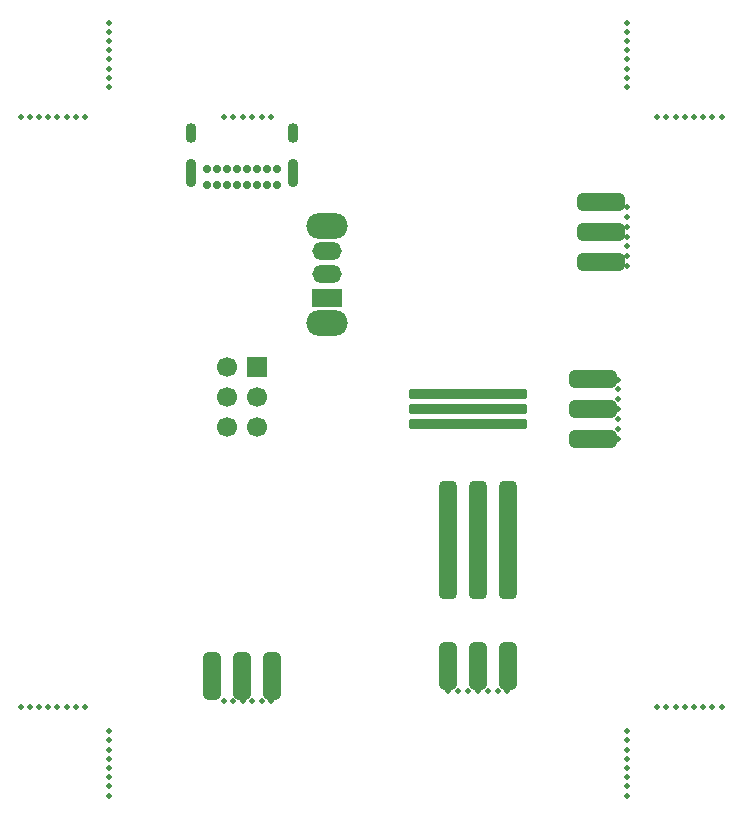
<source format=gbs>
G04 #@! TF.GenerationSoftware,KiCad,Pcbnew,6.0.2-378541a8eb~116~ubuntu20.04.1*
G04 #@! TF.CreationDate,2022-02-28T16:15:05+01:00*
G04 #@! TF.ProjectId,ISP_panel,4953505f-7061-46e6-956c-2e6b69636164,rev?*
G04 #@! TF.SameCoordinates,Original*
G04 #@! TF.FileFunction,Soldermask,Bot*
G04 #@! TF.FilePolarity,Negative*
%FSLAX46Y46*%
G04 Gerber Fmt 4.6, Leading zero omitted, Abs format (unit mm)*
G04 Created by KiCad (PCBNEW 6.0.2-378541a8eb~116~ubuntu20.04.1) date 2022-02-28 16:15:05*
%MOMM*%
%LPD*%
G01*
G04 APERTURE LIST*
G04 Aperture macros list*
%AMRoundRect*
0 Rectangle with rounded corners*
0 $1 Rounding radius*
0 $2 $3 $4 $5 $6 $7 $8 $9 X,Y pos of 4 corners*
0 Add a 4 corners polygon primitive as box body*
4,1,4,$2,$3,$4,$5,$6,$7,$8,$9,$2,$3,0*
0 Add four circle primitives for the rounded corners*
1,1,$1+$1,$2,$3*
1,1,$1+$1,$4,$5*
1,1,$1+$1,$6,$7*
1,1,$1+$1,$8,$9*
0 Add four rect primitives between the rounded corners*
20,1,$1+$1,$2,$3,$4,$5,0*
20,1,$1+$1,$4,$5,$6,$7,0*
20,1,$1+$1,$6,$7,$8,$9,0*
20,1,$1+$1,$8,$9,$2,$3,0*%
G04 Aperture macros list end*
%ADD10C,0.500000*%
%ADD11O,3.500000X2.200000*%
%ADD12R,2.500000X1.500000*%
%ADD13O,2.500000X1.500000*%
%ADD14C,0.700000*%
%ADD15O,0.900000X2.400000*%
%ADD16O,0.900000X1.700000*%
%ADD17RoundRect,0.375000X1.625000X-0.375000X1.625000X0.375000X-1.625000X0.375000X-1.625000X-0.375000X0*%
%ADD18RoundRect,0.375000X-0.375000X-1.625000X0.375000X-1.625000X0.375000X1.625000X-0.375000X1.625000X0*%
%ADD19RoundRect,0.225000X4.775000X-0.225000X4.775000X0.225000X-4.775000X0.225000X-4.775000X-0.225000X0*%
%ADD20RoundRect,0.375000X0.375000X1.625000X-0.375000X1.625000X-0.375000X-1.625000X0.375000X-1.625000X0*%
%ADD21RoundRect,0.375000X-0.375000X-4.625000X0.375000X-4.625000X0.375000X4.625000X-0.375000X4.625000X0*%
%ADD22R,1.700000X1.700000*%
%ADD23C,1.700000*%
G04 APERTURE END LIST*
D10*
G04 #@! TO.C,REF\u002A\u002A*
X26724111Y-35251000D03*
G04 #@! TD*
G04 #@! TO.C,REF\u002A\u002A*
X72649003Y-89611555D03*
G04 #@! TD*
G04 #@! TO.C,REF\u002A\u002A*
X71879000Y-58333330D03*
G04 #@! TD*
G04 #@! TO.C,REF\u002A\u002A*
X71879000Y-59999997D03*
G04 #@! TD*
G04 #@! TO.C,REF\u002A\u002A*
X28751000Y-29610555D03*
G04 #@! TD*
G04 #@! TO.C,REF\u002A\u002A*
X75953777Y-35251000D03*
G04 #@! TD*
G04 #@! TO.C,REF\u002A\u002A*
X72649000Y-47066663D03*
G04 #@! TD*
G04 #@! TO.C,REF\u002A\u002A*
X72649000Y-46233330D03*
G04 #@! TD*
G04 #@! TO.C,REF\u002A\u002A*
X79065333Y-35251000D03*
G04 #@! TD*
G04 #@! TO.C,REF\u002A\u002A*
X28751000Y-28832666D03*
G04 #@! TD*
G04 #@! TO.C,REF\u002A\u002A*
X28751000Y-92723111D03*
G04 #@! TD*
G04 #@! TO.C,REF\u002A\u002A*
X79065333Y-85249004D03*
G04 #@! TD*
D11*
G04 #@! TO.C,SW1*
X47199996Y-52699996D03*
X47199996Y-44499996D03*
D12*
X47199996Y-50599996D03*
D13*
X47199996Y-48599996D03*
X47199996Y-46599996D03*
G04 #@! TD*
D10*
G04 #@! TO.C,REF\u002A\u002A*
X22834666Y-85249004D03*
G04 #@! TD*
G04 #@! TO.C,REF\u002A\u002A*
X28751000Y-28054777D03*
G04 #@! TD*
G04 #@! TO.C,REF\u002A\u002A*
X72649003Y-29610555D03*
G04 #@! TD*
G04 #@! TO.C,REF\u002A\u002A*
X42499996Y-35251000D03*
G04 #@! TD*
G04 #@! TO.C,REF\u002A\u002A*
X28751000Y-88833666D03*
G04 #@! TD*
G04 #@! TO.C,REF\u002A\u002A*
X40099996Y-84749000D03*
G04 #@! TD*
G04 #@! TO.C,REF\u002A\u002A*
X28751000Y-90389444D03*
G04 #@! TD*
G04 #@! TO.C,REF\u002A\u002A*
X41699996Y-84749000D03*
G04 #@! TD*
G04 #@! TO.C,REF\u002A\u002A*
X38499996Y-84749000D03*
G04 #@! TD*
G04 #@! TO.C,REF\u002A\u002A*
X71879000Y-61666663D03*
G04 #@! TD*
G04 #@! TO.C,REF\u002A\u002A*
X22056777Y-85249004D03*
G04 #@! TD*
G04 #@! TO.C,REF\u002A\u002A*
X25168333Y-35251000D03*
G04 #@! TD*
G04 #@! TO.C,REF\u002A\u002A*
X75175888Y-85249004D03*
G04 #@! TD*
G04 #@! TO.C,REF\u002A\u002A*
X71879000Y-62499997D03*
G04 #@! TD*
G04 #@! TO.C,REF\u002A\u002A*
X40099996Y-35251000D03*
G04 #@! TD*
G04 #@! TO.C,REF\u002A\u002A*
X28751000Y-87277888D03*
G04 #@! TD*
G04 #@! TO.C,REF\u002A\u002A*
X72649000Y-43733330D03*
G04 #@! TD*
G04 #@! TO.C,REF\u002A\u002A*
X72649003Y-91167333D03*
G04 #@! TD*
G04 #@! TO.C,REF\u002A\u002A*
X72649003Y-27276888D03*
G04 #@! TD*
G04 #@! TO.C,REF\u002A\u002A*
X72649003Y-31944222D03*
G04 #@! TD*
G04 #@! TO.C,REF\u002A\u002A*
X28751000Y-27276888D03*
G04 #@! TD*
G04 #@! TO.C,REF\u002A\u002A*
X41699996Y-35251000D03*
G04 #@! TD*
G04 #@! TO.C,REF\u002A\u002A*
X24390444Y-35251000D03*
G04 #@! TD*
G04 #@! TO.C,REF\u002A\u002A*
X28751000Y-88055777D03*
G04 #@! TD*
G04 #@! TO.C,REF\u002A\u002A*
X26724111Y-85249004D03*
G04 #@! TD*
G04 #@! TO.C,REF\u002A\u002A*
X60000003Y-83879000D03*
G04 #@! TD*
G04 #@! TO.C,REF\u002A\u002A*
X75175888Y-35251000D03*
G04 #@! TD*
G04 #@! TO.C,REF\u002A\u002A*
X71879000Y-59166663D03*
G04 #@! TD*
G04 #@! TO.C,REF\u002A\u002A*
X78287444Y-35251000D03*
G04 #@! TD*
G04 #@! TO.C,REF\u002A\u002A*
X72649000Y-47899997D03*
G04 #@! TD*
G04 #@! TO.C,REF\u002A\u002A*
X72649003Y-28054777D03*
G04 #@! TD*
G04 #@! TO.C,REF\u002A\u002A*
X42499996Y-84749000D03*
G04 #@! TD*
G04 #@! TO.C,REF\u002A\u002A*
X72649003Y-91945222D03*
G04 #@! TD*
G04 #@! TO.C,REF\u002A\u002A*
X25168333Y-85249004D03*
G04 #@! TD*
G04 #@! TO.C,REF\u002A\u002A*
X72649003Y-32722111D03*
G04 #@! TD*
G04 #@! TO.C,REF\u002A\u002A*
X72649003Y-87277888D03*
G04 #@! TD*
G04 #@! TO.C,REF\u002A\u002A*
X72649003Y-92723111D03*
G04 #@! TD*
G04 #@! TO.C,REF\u002A\u002A*
X28751000Y-31944222D03*
G04 #@! TD*
G04 #@! TO.C,REF\u002A\u002A*
X72649003Y-88055777D03*
G04 #@! TD*
G04 #@! TO.C,REF\u002A\u002A*
X76731666Y-35251000D03*
G04 #@! TD*
G04 #@! TO.C,REF\u002A\u002A*
X72649003Y-31166333D03*
G04 #@! TD*
G04 #@! TO.C,REF\u002A\u002A*
X21278888Y-85249004D03*
G04 #@! TD*
G04 #@! TO.C,REF\u002A\u002A*
X40899996Y-84749000D03*
G04 #@! TD*
G04 #@! TO.C,REF\u002A\u002A*
X24390444Y-85249004D03*
G04 #@! TD*
G04 #@! TO.C,REF\u002A\u002A*
X72649000Y-45399997D03*
G04 #@! TD*
G04 #@! TO.C,REF\u002A\u002A*
X23612555Y-85249004D03*
G04 #@! TD*
G04 #@! TO.C,REF\u002A\u002A*
X72649003Y-90389444D03*
G04 #@! TD*
G04 #@! TO.C,REF\u002A\u002A*
X23612555Y-35251000D03*
G04 #@! TD*
G04 #@! TO.C,REF\u002A\u002A*
X72649003Y-30388444D03*
G04 #@! TD*
G04 #@! TO.C,REF\u002A\u002A*
X57500003Y-83879000D03*
G04 #@! TD*
G04 #@! TO.C,REF\u002A\u002A*
X22834666Y-35251000D03*
G04 #@! TD*
G04 #@! TO.C,REF\u002A\u002A*
X78287444Y-85249004D03*
G04 #@! TD*
G04 #@! TO.C,REF\u002A\u002A*
X21278888Y-35251000D03*
G04 #@! TD*
G04 #@! TO.C,REF\u002A\u002A*
X28751000Y-30388444D03*
G04 #@! TD*
G04 #@! TO.C,REF\u002A\u002A*
X72649000Y-44566663D03*
G04 #@! TD*
G04 #@! TO.C,REF\u002A\u002A*
X22056777Y-35251000D03*
G04 #@! TD*
G04 #@! TO.C,REF\u002A\u002A*
X60833336Y-83879000D03*
G04 #@! TD*
G04 #@! TO.C,REF\u002A\u002A*
X71879000Y-60833330D03*
G04 #@! TD*
G04 #@! TO.C,REF\u002A\u002A*
X80621111Y-85249004D03*
G04 #@! TD*
G04 #@! TO.C,REF\u002A\u002A*
X28751000Y-89611555D03*
G04 #@! TD*
G04 #@! TO.C,REF\u002A\u002A*
X79843222Y-35251000D03*
G04 #@! TD*
G04 #@! TO.C,REF\u002A\u002A*
X76731666Y-85249004D03*
G04 #@! TD*
G04 #@! TO.C,REF\u002A\u002A*
X72649000Y-42899997D03*
G04 #@! TD*
G04 #@! TO.C,REF\u002A\u002A*
X39299996Y-84749000D03*
G04 #@! TD*
G04 #@! TO.C,REF\u002A\u002A*
X58333336Y-83879000D03*
G04 #@! TD*
G04 #@! TO.C,REF\u002A\u002A*
X28751000Y-32722111D03*
G04 #@! TD*
G04 #@! TO.C,REF\u002A\u002A*
X28751000Y-91945222D03*
G04 #@! TD*
G04 #@! TO.C,REF\u002A\u002A*
X72649003Y-88833666D03*
G04 #@! TD*
G04 #@! TO.C,REF\u002A\u002A*
X25946222Y-85249004D03*
G04 #@! TD*
D14*
G04 #@! TO.C,J9*
X42974996Y-41024996D03*
X42124996Y-41024996D03*
X41274996Y-41024996D03*
X40424996Y-41024996D03*
X39574996Y-41024996D03*
X38724996Y-41024996D03*
X37874996Y-41024996D03*
X37024996Y-41024996D03*
X37024996Y-39674996D03*
X37874996Y-39674996D03*
X38724996Y-39674996D03*
X39574996Y-39674996D03*
X40424996Y-39674996D03*
X41274996Y-39674996D03*
X42124996Y-39674996D03*
X42974996Y-39674996D03*
D15*
X44324996Y-40044996D03*
D16*
X44324996Y-36664996D03*
X35674996Y-36664996D03*
D15*
X35674996Y-40044996D03*
G04 #@! TD*
D10*
G04 #@! TO.C,REF\u002A\u002A*
X38499996Y-35251000D03*
G04 #@! TD*
G04 #@! TO.C,REF\u002A\u002A*
X62500003Y-83879000D03*
G04 #@! TD*
G04 #@! TO.C,REF\u002A\u002A*
X28751000Y-91167333D03*
G04 #@! TD*
G04 #@! TO.C,REF\u002A\u002A*
X61666669Y-83879000D03*
G04 #@! TD*
G04 #@! TO.C,REF\u002A\u002A*
X77509555Y-35251000D03*
G04 #@! TD*
G04 #@! TO.C,REF\u002A\u002A*
X25946222Y-35251000D03*
G04 #@! TD*
G04 #@! TO.C,REF\u002A\u002A*
X72649003Y-28832666D03*
G04 #@! TD*
G04 #@! TO.C,REF\u002A\u002A*
X77509555Y-85249004D03*
G04 #@! TD*
G04 #@! TO.C,REF\u002A\u002A*
X39299996Y-35251000D03*
G04 #@! TD*
G04 #@! TO.C,REF\u002A\u002A*
X71879000Y-57499997D03*
G04 #@! TD*
G04 #@! TO.C,REF\u002A\u002A*
X75953777Y-85249004D03*
G04 #@! TD*
G04 #@! TO.C,REF\u002A\u002A*
X28751000Y-31166333D03*
G04 #@! TD*
G04 #@! TO.C,REF\u002A\u002A*
X59166669Y-83879000D03*
G04 #@! TD*
G04 #@! TO.C,REF\u002A\u002A*
X80621111Y-35251000D03*
G04 #@! TD*
G04 #@! TO.C,REF\u002A\u002A*
X79843222Y-85249004D03*
G04 #@! TD*
G04 #@! TO.C,REF\u002A\u002A*
X40899996Y-35251000D03*
G04 #@! TD*
D17*
G04 #@! TO.C,J8*
X69725003Y-62539997D03*
X69725003Y-59999997D03*
X69725003Y-57459997D03*
G04 #@! TD*
D18*
G04 #@! TO.C,J4*
X57460003Y-81725003D03*
X60000003Y-81725003D03*
X62540003Y-81725003D03*
G04 #@! TD*
D19*
G04 #@! TO.C,J15*
X59125003Y-61269997D03*
X59125003Y-59999997D03*
X59125003Y-58729997D03*
G04 #@! TD*
D20*
G04 #@! TO.C,J2*
X42539996Y-82599996D03*
X39999996Y-82599996D03*
X37459996Y-82599996D03*
G04 #@! TD*
D21*
G04 #@! TO.C,J12*
X57460003Y-71125003D03*
X60000003Y-71125003D03*
X62540003Y-71125003D03*
G04 #@! TD*
D22*
G04 #@! TO.C,J10*
X41274996Y-56474996D03*
D23*
X38734996Y-56474996D03*
X41274996Y-59014996D03*
X38734996Y-59014996D03*
X41274996Y-61554996D03*
X38734996Y-61554996D03*
G04 #@! TD*
D17*
G04 #@! TO.C,J6*
X70450003Y-47539997D03*
X70450003Y-44999997D03*
X70450003Y-42459997D03*
G04 #@! TD*
M02*

</source>
